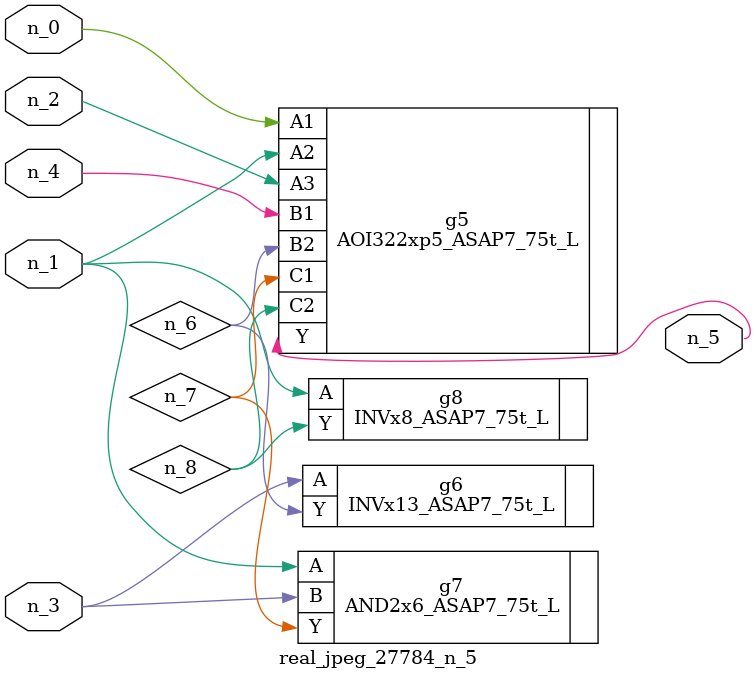
<source format=v>
module real_jpeg_27784_n_5 (n_4, n_0, n_1, n_2, n_3, n_5);

input n_4;
input n_0;
input n_1;
input n_2;
input n_3;

output n_5;

wire n_8;
wire n_6;
wire n_7;

AOI322xp5_ASAP7_75t_L g5 ( 
.A1(n_0),
.A2(n_1),
.A3(n_2),
.B1(n_4),
.B2(n_6),
.C1(n_7),
.C2(n_8),
.Y(n_5)
);

AND2x6_ASAP7_75t_L g7 ( 
.A(n_1),
.B(n_3),
.Y(n_7)
);

INVx8_ASAP7_75t_L g8 ( 
.A(n_1),
.Y(n_8)
);

INVx13_ASAP7_75t_L g6 ( 
.A(n_3),
.Y(n_6)
);


endmodule
</source>
